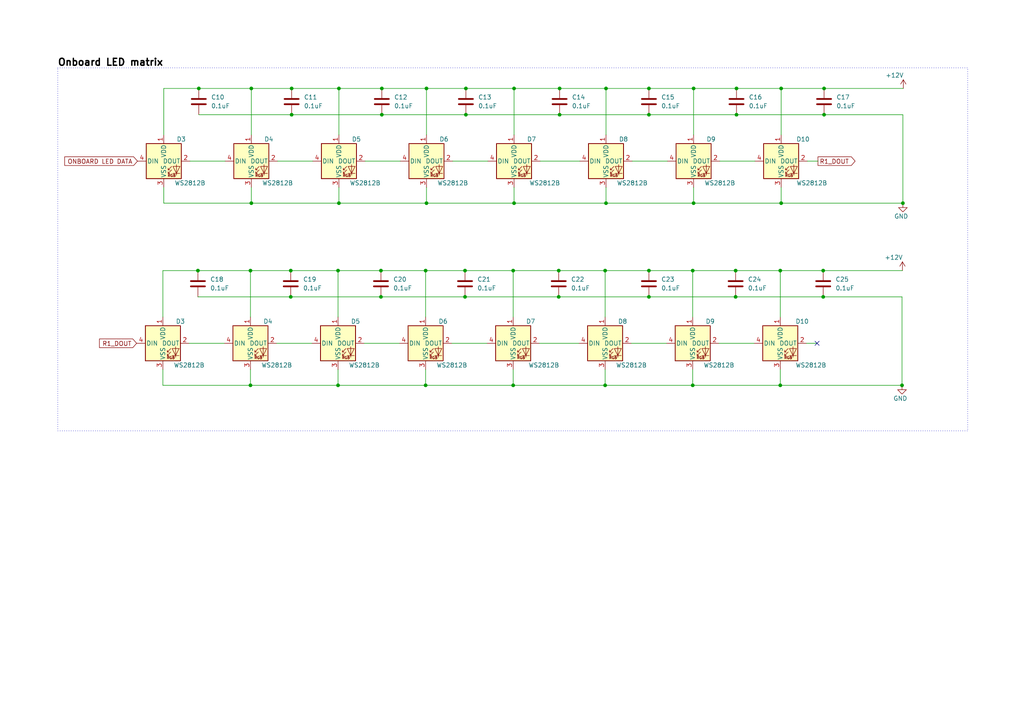
<source format=kicad_sch>
(kicad_sch (version 20230121) (generator eeschema)
  (paper "A4")
  (lib_symbols
    (symbol "Device:C" (pin_numbers hide) (pin_names (offset 0.254))
      (property "Reference" "C" (at 0.635 2.54 0))
      (property "Value" "C" (at 0.635 -2.54 0))
      (symbol "C_0_1"
        (polyline (pts (xy -2.032 -0.762) (xy 2.032 -0.762)) (stroke (width 0.508)))
        (polyline (pts (xy -2.032 0.762) (xy 2.032 0.762)) (stroke (width 0.508)))
      )
      (symbol "C_1_1"
        (pin passive line (at 0 3.81 270) (length 2.794) (name "~") (number "1"))
        (pin passive line (at 0 -3.81 90) (length 2.794) (name "~") (number "2"))
      )
    )
    (symbol "LED:WS2812B" (pin_names (offset 0.254))
      (property "Reference" "D" (at 5.08 5.715 0))
      (property "Value" "WS2812B" (at 1.27 -5.715 0))
      (symbol "WS2812B_0_0"
        (text "RGB" (at 2.286 -4.191 0) (effects (font (size 0.762 0.762))))
      )
      (symbol "WS2812B_0_1"
        (polyline (pts (xy 1.27 -3.556) (xy 1.778 -3.556)))
        (polyline (pts (xy 1.27 -2.54) (xy 1.778 -2.54)))
        (polyline (pts (xy 4.699 -3.556) (xy 2.667 -3.556)))
        (polyline (pts (xy 2.286 -2.54) (xy 1.27 -3.556) (xy 1.27 -3.048)))
        (polyline (pts (xy 2.286 -1.524) (xy 1.27 -2.54) (xy 1.27 -2.032)))
        (polyline (pts (xy 3.683 -1.016) (xy 3.683 -3.556) (xy 3.683 -4.064)))
        (polyline (pts (xy 4.699 -1.524) (xy 2.667 -1.524) (xy 3.683 -3.556) (xy 4.699 -1.524)))
        (rectangle (start 5.08 5.08) (end -5.08 -5.08) (stroke (width 0.254)) (fill (type background)))
      )
      (symbol "WS2812B_1_1"
        (pin power_in line (at 0 7.62 270) (length 2.54) (name "VDD") (number "1"))
        (pin output line (at 7.62 0 180) (length 2.54) (name "DOUT") (number "2"))
        (pin power_in line (at 0 -7.62 90) (length 2.54) (name "VSS") (number "3"))
        (pin input line (at -7.62 0 0) (length 2.54) (name "DIN") (number "4"))
      )
    )
    (symbol "power:+12V" (power) (pin_names (offset 0))
      (property "Value" "+12V" (at 0 3.556 0))
      (symbol "+12V_0_1"
        (polyline (pts (xy -0.762 1.27) (xy 0 2.54)))
        (polyline (pts (xy 0 0) (xy 0 2.54)))
        (polyline (pts (xy 0 2.54) (xy 0.762 1.27)))
      )
      (symbol "+12V_1_1"
        (pin power_in line (at 0 0 90) (length 0) hide (name "+12V") (number "1"))
      )
    )
    (symbol "power:GND" (power) (pin_names (offset 0))
      (property "Value" "GND" (at 0 -3.81 0))
      (symbol "GND_0_1"
        (polyline (pts (xy 0 0) (xy 0 -1.27) (xy 1.27 -1.27) (xy 0 -2.54) (xy -1.27 -1.27) (xy 0 -1.27)))
      )
      (symbol "GND_1_1"
        (pin power_in line (at 0 0 270) (length 0) hide (name "GND") (number "1"))
      )
    )
  )
  (junction (at 188.214 25.654))
  (junction (at 123.444 111.76))
  (junction (at 134.874 86.106))
  (junction (at 261.874 58.928))
  (junction (at 123.698 58.928))
  (junction (at 226.314 111.76))
  (junction (at 84.328 86.106))
  (junction (at 57.658 25.654))
  (junction (at 98.298 58.928))
  (junction (at 135.128 33.274))
  (junction (at 238.76 86.106))
  (junction (at 148.844 78.486))
  (junction (at 162.306 25.654))
  (junction (at 213.36 86.106))
  (junction (at 175.768 58.928))
  (junction (at 123.698 25.654))
  (junction (at 175.514 111.76))
  (junction (at 98.298 25.654))
  (junction (at 213.36 78.486))
  (junction (at 200.914 111.76))
  (junction (at 188.214 86.106))
  (junction (at 110.744 25.654))
  (junction (at 175.768 25.654))
  (junction (at 162.052 78.486))
  (junction (at 110.744 33.274))
  (junction (at 201.168 25.654))
  (junction (at 72.644 78.486))
  (junction (at 261.62 111.76))
  (junction (at 84.582 33.274))
  (junction (at 148.844 111.76))
  (junction (at 123.444 78.486))
  (junction (at 238.76 78.486))
  (junction (at 84.582 25.654))
  (junction (at 98.044 111.76))
  (junction (at 226.568 58.928))
  (junction (at 149.098 58.928))
  (junction (at 110.49 86.106))
  (junction (at 135.128 25.654))
  (junction (at 110.49 78.486))
  (junction (at 213.614 33.274))
  (junction (at 72.644 111.76))
  (junction (at 57.404 78.486))
  (junction (at 98.044 78.486))
  (junction (at 162.306 33.274))
  (junction (at 134.874 78.486))
  (junction (at 188.214 78.486))
  (junction (at 149.098 25.654))
  (junction (at 226.568 25.654))
  (junction (at 201.168 58.928))
  (junction (at 84.328 78.486))
  (junction (at 72.898 58.928))
  (junction (at 239.014 33.274))
  (junction (at 239.014 25.654))
  (junction (at 226.314 78.486))
  (junction (at 188.214 33.274))
  (junction (at 200.914 78.486))
  (junction (at 175.514 78.486))
  (junction (at 72.898 25.654))
  (junction (at 213.614 25.654))
  (junction (at 162.052 86.106))
  (no_connect (at 236.982 99.568))
  (wire (pts (xy 226.568 25.654) (xy 226.568 39.116)))
  (wire (pts (xy 226.568 54.356) (xy 226.568 58.928)))
  (wire (pts (xy 238.76 86.106) (xy 261.62 86.106)))
  (wire (pts (xy 123.444 78.486) (xy 134.874 78.486)))
  (wire (pts (xy 57.658 25.654) (xy 72.898 25.654)))
  (wire (pts (xy 183.388 46.736) (xy 193.548 46.736)))
  (wire (pts (xy 84.582 25.654) (xy 98.298 25.654)))
  (wire (pts (xy 57.404 86.106) (xy 84.328 86.106)))
  (wire (pts (xy 201.168 25.654) (xy 201.168 39.116)))
  (wire (pts (xy 47.498 25.654) (xy 47.498 39.116)))
  (wire (pts (xy 47.244 78.486) (xy 47.244 91.948)))
  (wire (pts (xy 84.582 33.274) (xy 110.744 33.274)))
  (wire (pts (xy 57.658 33.274) (xy 84.582 33.274)))
  (wire (pts (xy 175.768 58.928) (xy 201.168 58.928)))
  (wire (pts (xy 175.514 78.486) (xy 175.514 91.948)))
  (wire (pts (xy 47.244 111.76) (xy 72.644 111.76)))
  (wire (pts (xy 131.064 99.568) (xy 141.224 99.568)))
  (wire (pts (xy 213.36 78.486) (xy 226.314 78.486)))
  (wire (pts (xy 148.844 111.76) (xy 175.514 111.76)))
  (wire (pts (xy 213.614 33.274) (xy 239.014 33.274)))
  (wire (pts (xy 80.264 99.568) (xy 90.424 99.568)))
  (wire (pts (xy 123.698 25.654) (xy 123.698 39.116)))
  (wire (pts (xy 98.044 78.486) (xy 110.49 78.486)))
  (wire (pts (xy 201.168 25.654) (xy 213.614 25.654)))
  (wire (pts (xy 213.36 86.106) (xy 238.76 86.106)))
  (wire (pts (xy 98.044 111.76) (xy 123.444 111.76)))
  (wire (pts (xy 156.464 99.568) (xy 167.894 99.568)))
  (wire (pts (xy 47.498 25.654) (xy 57.658 25.654)))
  (wire (pts (xy 201.168 54.356) (xy 201.168 58.928)))
  (wire (pts (xy 110.49 86.106) (xy 134.874 86.106)))
  (wire (pts (xy 175.514 107.188) (xy 175.514 111.76)))
  (wire (pts (xy 55.118 46.736) (xy 65.278 46.736)))
  (wire (pts (xy 148.844 78.486) (xy 162.052 78.486)))
  (wire (pts (xy 175.768 25.654) (xy 188.214 25.654)))
  (wire (pts (xy 149.098 58.928) (xy 175.768 58.928)))
  (wire (pts (xy 188.214 25.654) (xy 201.168 25.654)))
  (wire (pts (xy 213.614 25.654) (xy 226.568 25.654)))
  (wire (pts (xy 175.514 78.486) (xy 188.214 78.486)))
  (wire (pts (xy 226.314 111.76) (xy 261.62 111.76)))
  (wire (pts (xy 123.444 78.486) (xy 123.444 91.948)))
  (wire (pts (xy 123.444 111.76) (xy 148.844 111.76)))
  (wire (pts (xy 105.664 99.568) (xy 115.824 99.568)))
  (wire (pts (xy 98.298 58.928) (xy 123.698 58.928)))
  (wire (pts (xy 148.844 78.486) (xy 148.844 91.948)))
  (wire (pts (xy 162.052 78.486) (xy 175.514 78.486)))
  (wire (pts (xy 156.718 46.736) (xy 168.148 46.736)))
  (wire (pts (xy 261.62 86.106) (xy 261.62 111.76)))
  (wire (pts (xy 135.128 33.274) (xy 162.306 33.274)))
  (wire (pts (xy 47.498 58.928) (xy 72.898 58.928)))
  (wire (pts (xy 226.314 78.486) (xy 226.314 91.948)))
  (wire (pts (xy 123.698 58.928) (xy 149.098 58.928)))
  (wire (pts (xy 123.698 25.654) (xy 135.128 25.654)))
  (wire (pts (xy 123.698 54.356) (xy 123.698 58.928)))
  (wire (pts (xy 183.134 99.568) (xy 193.294 99.568)))
  (wire (pts (xy 72.644 78.486) (xy 72.644 91.948)))
  (wire (pts (xy 200.914 111.76) (xy 226.314 111.76)))
  (wire (pts (xy 80.518 46.736) (xy 90.678 46.736)))
  (wire (pts (xy 98.044 78.486) (xy 98.044 91.948)))
  (wire (pts (xy 47.244 107.188) (xy 47.244 111.76)))
  (wire (pts (xy 98.044 107.188) (xy 98.044 111.76)))
  (wire (pts (xy 135.128 25.654) (xy 149.098 25.654)))
  (wire (pts (xy 84.328 78.486) (xy 98.044 78.486)))
  (wire (pts (xy 72.898 25.654) (xy 72.898 39.116)))
  (wire (pts (xy 208.534 99.568) (xy 218.694 99.568)))
  (wire (pts (xy 175.514 111.76) (xy 200.914 111.76)))
  (wire (pts (xy 47.244 78.486) (xy 57.404 78.486)))
  (wire (pts (xy 72.898 54.356) (xy 72.898 58.928)))
  (wire (pts (xy 72.898 25.654) (xy 84.582 25.654)))
  (wire (pts (xy 134.874 78.486) (xy 148.844 78.486)))
  (wire (pts (xy 162.052 86.106) (xy 188.214 86.106)))
  (wire (pts (xy 72.644 111.76) (xy 98.044 111.76)))
  (wire (pts (xy 84.328 86.106) (xy 110.49 86.106)))
  (wire (pts (xy 148.844 107.188) (xy 148.844 111.76)))
  (wire (pts (xy 226.568 25.654) (xy 239.014 25.654)))
  (wire (pts (xy 72.644 107.188) (xy 72.644 111.76)))
  (wire (pts (xy 201.168 58.928) (xy 226.568 58.928)))
  (wire (pts (xy 47.498 54.356) (xy 47.498 58.928)))
  (wire (pts (xy 188.214 86.106) (xy 213.36 86.106)))
  (wire (pts (xy 226.568 58.928) (xy 261.874 58.928)))
  (wire (pts (xy 98.298 25.654) (xy 110.744 25.654)))
  (wire (pts (xy 175.768 25.654) (xy 175.768 39.116)))
  (wire (pts (xy 110.49 78.486) (xy 123.444 78.486)))
  (wire (pts (xy 234.188 46.736) (xy 237.236 46.736)))
  (wire (pts (xy 149.098 25.654) (xy 149.098 39.116)))
  (wire (pts (xy 162.306 25.654) (xy 175.768 25.654)))
  (wire (pts (xy 162.306 33.274) (xy 188.214 33.274)))
  (wire (pts (xy 72.644 78.486) (xy 84.328 78.486)))
  (wire (pts (xy 226.314 107.188) (xy 226.314 111.76)))
  (wire (pts (xy 233.934 99.568) (xy 236.982 99.568)))
  (wire (pts (xy 200.914 107.188) (xy 200.914 111.76)))
  (wire (pts (xy 72.898 58.928) (xy 98.298 58.928)))
  (wire (pts (xy 131.318 46.736) (xy 141.478 46.736)))
  (wire (pts (xy 149.098 25.654) (xy 162.306 25.654)))
  (wire (pts (xy 105.918 46.736) (xy 116.078 46.736)))
  (wire (pts (xy 110.744 25.654) (xy 123.698 25.654)))
  (wire (pts (xy 123.444 107.188) (xy 123.444 111.76)))
  (wire (pts (xy 226.314 78.486) (xy 238.76 78.486)))
  (wire (pts (xy 188.214 33.274) (xy 213.614 33.274)))
  (wire (pts (xy 200.914 78.486) (xy 213.36 78.486)))
  (wire (pts (xy 149.098 54.356) (xy 149.098 58.928)))
  (wire (pts (xy 54.864 99.568) (xy 65.024 99.568)))
  (wire (pts (xy 110.744 33.274) (xy 135.128 33.274)))
  (wire (pts (xy 239.014 25.654) (xy 262.001 25.654)))
  (wire (pts (xy 239.014 33.274) (xy 261.874 33.274)))
  (wire (pts (xy 200.914 78.486) (xy 200.914 91.948)))
  (wire (pts (xy 98.298 25.654) (xy 98.298 39.116)))
  (wire (pts (xy 261.874 33.274) (xy 261.874 58.928)))
  (wire (pts (xy 208.788 46.736) (xy 218.948 46.736)))
  (wire (pts (xy 188.214 78.486) (xy 200.914 78.486)))
  (wire (pts (xy 238.76 78.486) (xy 261.747 78.486)))
  (wire (pts (xy 175.768 54.356) (xy 175.768 58.928)))
  (wire (pts (xy 134.874 86.106) (xy 162.052 86.106)))
  (wire (pts (xy 98.298 54.356) (xy 98.298 58.928)))
  (wire (pts (xy 57.404 78.486) (xy 72.644 78.486)))
  (rectangle (start 16.764 19.685) (end 280.67 124.968) (stroke (width 0) (type dot)))
  (text "Onboard LED matrix" (at 16.637 19.431 0) (effects (font (size 2 2) (thickness 0.4) bold) (justify left bottom)))
  (global_label "R1_DOUT" (shape input) (at 39.624 99.568 180) (property "Intersheetrefs" "${INTERSHEET_REFS}" (effects hide)))
  (global_label "R1_DOUT" (shape output) (at 237.236 46.736 0) (property "Intersheetrefs" "${INTERSHEET_REFS}" (effects hide)))
  (global_label "ONBOARD LED DATA" (shape input) (at 39.878 46.736 180) (property "Intersheetrefs" "${INTERSHEET_REFS}" (effects hide)))
  (symbol (lib_id "power:GND") (at 261.874 58.928 0) (unit 1)
    (property "Reference" "#PWR09" (effects hide))
    (property "Value" "GND" (at 259.334 62.738 0) (effects (justify left)))
    (instances (project "Practical Electronics WS2023" (path "" (reference "#PWR09") (unit 1)) (path "" (reference "#PWR08") (unit 1))))
  )
  (symbol (lib_id "LED:WS2812B") (at 175.768 46.736 0) (unit 1)
    (property "Reference" "D8" (at 180.848 40.386 0))
    (property "Value" "WS2812B" (at 183.388 53.086 0))
    (property "Footprint" "LED_SMD:LED_WS2812B_PLCC4_5.0x5.0mm_P3.2mm" (effects hide))
    (property "Datasheet" "https://cdn-shop.adafruit.com/datasheets/WS2812B.pdf" (effects hide))
  )
  (symbol (lib_id "power:GND") (at 261.62 111.76 0) (unit 1)
    (property "Reference" "#PWR09" (effects hide))
    (property "Value" "GND" (at 259.08 115.57 0) (effects (justify left)))
    (instances (project "Practical Electronics WS2023" (path "" (reference "#PWR09") (unit 1)) (path "" (reference "#PWR06") (unit 1))))
  )
  (symbol (lib_id "Device:C") (at 213.614 29.464 0) (unit 1)
    (property "Reference" "C16" (at 217.17 28.194 0) (effects (justify left)))
    (property "Value" "0.1uF" (at 217.17 30.734 0) (effects (justify left)))
    (property "Footprint" "Capacitor_SMD:C_1206_3216Metric_Pad1.33x1.80mm_HandSolder" (effects hide))
  )
  (symbol (lib_id "power:+12V") (at 262.001 25.654 0) (unit 1)
    (property "Reference" "#PWR07" (effects hide))
    (property "Value" "+12V" (at 259.461 21.844 0))
    (instances (project "Practical Electronics WS2023" (path "" (reference "#PWR07") (unit 1)) (path "" (reference "#PWR05") (unit 1))))
  )
  (symbol (lib_id "Device:C") (at 135.128 29.464 0) (unit 1)
    (property "Reference" "C13" (at 138.684 28.194 0) (effects (justify left)))
    (property "Value" "0.1uF" (at 138.684 30.734 0) (effects (justify left)))
    (property "Footprint" "Capacitor_SMD:C_1206_3216Metric_Pad1.33x1.80mm_HandSolder" (effects hide))
  )
  (symbol (lib_id "LED:WS2812B") (at 72.898 46.736 0) (unit 1)
    (property "Reference" "D4" (at 77.978 40.386 0))
    (property "Value" "WS2812B" (at 80.518 53.086 0))
    (property "Footprint" "LED_SMD:LED_WS2812B_PLCC4_5.0x5.0mm_P3.2mm" (effects hide))
    (property "Datasheet" "https://cdn-shop.adafruit.com/datasheets/WS2812B.pdf" (effects hide))
  )
  (symbol (lib_id "power:+12V") (at 261.747 78.486 0) (unit 1)
    (property "Reference" "#PWR07" (effects hide))
    (property "Value" "+12V" (at 259.207 74.676 0))
    (instances (project "Practical Electronics WS2023" (path "" (reference "#PWR07") (unit 1)) (path "" (reference "#PWR09") (unit 1))))
  )
  (symbol (lib_id "LED:WS2812B") (at 175.514 99.568 0) (unit 1)
    (property "Reference" "D8" (at 180.594 93.218 0))
    (property "Value" "WS2812B" (at 183.134 105.918 0))
    (property "Footprint" "LED_SMD:LED_WS2812B_PLCC4_5.0x5.0mm_P3.2mm" (effects hide))
    (property "Datasheet" "https://cdn-shop.adafruit.com/datasheets/WS2812B.pdf" (effects hide))
    (instances (project "Practical Electronics WS2023" (path "" (reference "D8") (unit 1)) (path "" (reference "D16") (unit 1))))
  )
  (symbol (lib_id "Device:C") (at 213.36 82.296 0) (unit 1)
    (property "Reference" "C24" (at 216.916 81.026 0) (effects (justify left)))
    (property "Value" "0.1uF" (at 216.916 83.566 0) (effects (justify left)))
    (property "Footprint" "Capacitor_SMD:C_1206_3216Metric_Pad1.33x1.80mm_HandSolder" (effects hide))
  )
  (symbol (lib_id "LED:WS2812B") (at 226.568 46.736 0) (unit 1)
    (property "Reference" "D10" (at 232.918 40.386 0))
    (property "Value" "WS2812B" (at 235.458 53.086 0))
    (property "Footprint" "LED_SMD:LED_WS2812B_PLCC4_5.0x5.0mm_P3.2mm" (effects hide))
    (property "Datasheet" "https://cdn-shop.adafruit.com/datasheets/WS2812B.pdf" (effects hide))
  )
  (symbol (lib_id "Device:C") (at 162.052 82.296 0) (unit 1)
    (property "Reference" "C22" (at 165.608 81.026 0) (effects (justify left)))
    (property "Value" "0.1uF" (at 165.608 83.566 0) (effects (justify left)))
    (property "Footprint" "Capacitor_SMD:C_1206_3216Metric_Pad1.33x1.80mm_HandSolder" (effects hide))
  )
  (symbol (lib_id "LED:WS2812B") (at 98.044 99.568 0) (unit 1)
    (property "Reference" "D5" (at 103.124 93.218 0))
    (property "Value" "WS2812B" (at 105.664 105.918 0))
    (property "Footprint" "LED_SMD:LED_WS2812B_PLCC4_5.0x5.0mm_P3.2mm" (effects hide))
    (property "Datasheet" "https://cdn-shop.adafruit.com/datasheets/WS2812B.pdf" (effects hide))
    (instances (project "Practical Electronics WS2023" (path "" (reference "D5") (unit 1)) (path "" (reference "D13") (unit 1))))
  )
  (symbol (lib_id "Device:C") (at 84.582 29.464 0) (unit 1)
    (property "Reference" "C11" (at 88.138 28.194 0) (effects (justify left)))
    (property "Value" "0.1uF" (at 88.138 30.734 0) (effects (justify left)))
    (property "Footprint" "Capacitor_SMD:C_1206_3216Metric_Pad1.33x1.80mm_HandSolder" (effects hide))
  )
  (symbol (lib_id "LED:WS2812B") (at 226.314 99.568 0) (unit 1)
    (property "Reference" "D10" (at 232.664 93.218 0))
    (property "Value" "WS2812B" (at 235.204 105.918 0))
    (property "Footprint" "LED_SMD:LED_WS2812B_PLCC4_5.0x5.0mm_P3.2mm" (effects hide))
    (property "Datasheet" "https://cdn-shop.adafruit.com/datasheets/WS2812B.pdf" (effects hide))
    (instances (project "Practical Electronics WS2023" (path "" (reference "D10") (unit 1)) (path "" (reference "D18") (unit 1))))
  )
  (symbol (lib_id "LED:WS2812B") (at 149.098 46.736 0) (unit 1)
    (property "Reference" "D7" (at 154.178 40.386 0))
    (property "Value" "WS2812B" (at 157.988 53.086 0))
    (property "Footprint" "LED_SMD:LED_WS2812B_PLCC4_5.0x5.0mm_P3.2mm" (effects hide))
    (property "Datasheet" "https://cdn-shop.adafruit.com/datasheets/WS2812B.pdf" (effects hide))
  )
  (symbol (lib_id "Device:C") (at 162.306 29.464 0) (unit 1)
    (property "Reference" "C14" (at 165.862 28.194 0) (effects (justify left)))
    (property "Value" "0.1uF" (at 165.862 30.734 0) (effects (justify left)))
    (property "Footprint" "Capacitor_SMD:C_1206_3216Metric_Pad1.33x1.80mm_HandSolder" (effects hide))
  )
  (symbol (lib_id "LED:WS2812B") (at 201.168 46.736 0) (unit 1)
    (property "Reference" "D9" (at 206.248 40.386 0))
    (property "Value" "WS2812B" (at 208.788 53.086 0))
    (property "Footprint" "LED_SMD:LED_WS2812B_PLCC4_5.0x5.0mm_P3.2mm" (effects hide))
    (property "Datasheet" "https://cdn-shop.adafruit.com/datasheets/WS2812B.pdf" (effects hide))
  )
  (symbol (lib_id "Device:C") (at 134.874 82.296 0) (unit 1)
    (property "Reference" "C21" (at 138.43 81.026 0) (effects (justify left)))
    (property "Value" "0.1uF" (at 138.43 83.566 0) (effects (justify left)))
    (property "Footprint" "Capacitor_SMD:C_1206_3216Metric_Pad1.33x1.80mm_HandSolder" (effects hide))
  )
  (symbol (lib_id "LED:WS2812B") (at 148.844 99.568 0) (unit 1)
    (property "Reference" "D7" (at 153.924 93.218 0))
    (property "Value" "WS2812B" (at 157.734 105.918 0))
    (property "Footprint" "LED_SMD:LED_WS2812B_PLCC4_5.0x5.0mm_P3.2mm" (effects hide))
    (property "Datasheet" "https://cdn-shop.adafruit.com/datasheets/WS2812B.pdf" (effects hide))
    (instances (project "Practical Electronics WS2023" (path "" (reference "D7") (unit 1)) (path "" (reference "D15") (unit 1))))
  )
  (symbol (lib_id "Device:C") (at 84.328 82.296 0) (unit 1)
    (property "Reference" "C19" (at 87.884 81.026 0) (effects (justify left)))
    (property "Value" "0.1uF" (at 87.884 83.566 0) (effects (justify left)))
    (property "Footprint" "Capacitor_SMD:C_1206_3216Metric_Pad1.33x1.80mm_HandSolder" (effects hide))
  )
  (symbol (lib_id "LED:WS2812B") (at 47.498 46.736 0) (unit 1)
    (property "Reference" "D3" (at 52.578 40.386 0))
    (property "Value" "WS2812B" (at 55.118 53.086 0))
    (property "Footprint" "LED_SMD:LED_WS2812B_PLCC4_5.0x5.0mm_P3.2mm" (effects hide))
    (property "Datasheet" "https://cdn-shop.adafruit.com/datasheets/WS2812B.pdf" (effects hide))
  )
  (symbol (lib_id "Device:C") (at 57.658 29.464 0) (unit 1)
    (property "Reference" "C10" (at 61.214 28.194 0) (effects (justify left)))
    (property "Value" "0.1uF" (at 61.214 30.734 0) (effects (justify left)))
    (property "Footprint" "Capacitor_SMD:C_1206_3216Metric_Pad1.33x1.80mm_HandSolder" (effects hide))
  )
  (symbol (lib_id "LED:WS2812B") (at 200.914 99.568 0) (unit 1)
    (property "Reference" "D9" (at 205.994 93.218 0))
    (property "Value" "WS2812B" (at 208.534 105.918 0))
    (property "Footprint" "LED_SMD:LED_WS2812B_PLCC4_5.0x5.0mm_P3.2mm" (effects hide))
    (property "Datasheet" "https://cdn-shop.adafruit.com/datasheets/WS2812B.pdf" (effects hide))
    (instances (project "Practical Electronics WS2023" (path "" (reference "D9") (unit 1)) (path "" (reference "D17") (unit 1))))
  )
  (symbol (lib_id "LED:WS2812B") (at 98.298 46.736 0) (unit 1)
    (property "Reference" "D5" (at 103.378 40.386 0))
    (property "Value" "WS2812B" (at 105.918 53.086 0))
    (property "Footprint" "LED_SMD:LED_WS2812B_PLCC4_5.0x5.0mm_P3.2mm" (effects hide))
    (property "Datasheet" "https://cdn-shop.adafruit.com/datasheets/WS2812B.pdf" (effects hide))
  )
  (symbol (lib_id "Device:C") (at 188.214 82.296 0) (unit 1)
    (property "Reference" "C23" (at 191.77 81.026 0) (effects (justify left)))
    (property "Value" "0.1uF" (at 191.77 83.566 0) (effects (justify left)))
    (property "Footprint" "Capacitor_SMD:C_1206_3216Metric_Pad1.33x1.80mm_HandSolder" (effects hide))
  )
  (symbol (lib_id "LED:WS2812B") (at 47.244 99.568 0) (unit 1)
    (property "Reference" "D3" (at 52.324 93.218 0))
    (property "Value" "WS2812B" (at 54.864 105.918 0))
    (property "Footprint" "LED_SMD:LED_WS2812B_PLCC4_5.0x5.0mm_P3.2mm" (effects hide))
    (property "Datasheet" "https://cdn-shop.adafruit.com/datasheets/WS2812B.pdf" (effects hide))
    (instances (project "Practical Electronics WS2023" (path "" (reference "D3") (unit 1)) (path "" (reference "D11") (unit 1))))
  )
  (symbol (lib_id "LED:WS2812B") (at 72.644 99.568 0) (unit 1)
    (property "Reference" "D4" (at 77.724 93.218 0))
    (property "Value" "WS2812B" (at 80.264 105.918 0))
    (property "Footprint" "LED_SMD:LED_WS2812B_PLCC4_5.0x5.0mm_P3.2mm" (effects hide))
    (property "Datasheet" "https://cdn-shop.adafruit.com/datasheets/WS2812B.pdf" (effects hide))
    (instances (project "Practical Electronics WS2023" (path "" (reference "D4") (unit 1)) (path "" (reference "D12") (unit 1))))
  )
  (symbol (lib_id "Device:C") (at 110.49 82.296 0) (unit 1)
    (property "Reference" "C20" (at 114.046 81.026 0) (effects (justify left)))
    (property "Value" "0.1uF" (at 114.046 83.566 0) (effects (justify left)))
    (property "Footprint" "Capacitor_SMD:C_1206_3216Metric_Pad1.33x1.80mm_HandSolder" (effects hide))
  )
  (symbol (lib_id "Device:C") (at 238.76 82.296 0) (unit 1)
    (property "Reference" "C25" (at 242.316 81.026 0) (effects (justify left)))
    (property "Value" "0.1uF" (at 242.316 83.566 0) (effects (justify left)))
    (property "Footprint" "Capacitor_SMD:C_1206_3216Metric_Pad1.33x1.80mm_HandSolder" (effects hide))
  )
  (symbol (lib_id "Device:C") (at 188.214 29.464 0) (unit 1)
    (property "Reference" "C15" (at 191.77 28.194 0) (effects (justify left)))
    (property "Value" "0.1uF" (at 191.77 30.734 0) (effects (justify left)))
    (property "Footprint" "Capacitor_SMD:C_1206_3216Metric_Pad1.33x1.80mm_HandSolder" (effects hide))
  )
  (symbol (lib_id "Device:C") (at 239.014 29.464 0) (unit 1)
    (property "Reference" "C17" (at 242.57 28.194 0) (effects (justify left)))
    (property "Value" "0.1uF" (at 242.57 30.734 0) (effects (justify left)))
    (property "Footprint" "Capacitor_SMD:C_1206_3216Metric_Pad1.33x1.80mm_HandSolder" (effects hide))
  )
  (symbol (lib_id "LED:WS2812B") (at 123.698 46.736 0) (unit 1)
    (property "Reference" "D6" (at 128.778 40.386 0))
    (property "Value" "WS2812B" (at 131.318 53.086 0))
    (property "Footprint" "LED_SMD:LED_WS2812B_PLCC4_5.0x5.0mm_P3.2mm" (effects hide))
    (property "Datasheet" "https://cdn-shop.adafruit.com/datasheets/WS2812B.pdf" (effects hide))
  )
  (symbol (lib_id "LED:WS2812B") (at 123.444 99.568 0) (unit 1)
    (property "Reference" "D6" (at 128.524 93.218 0))
    (property "Value" "WS2812B" (at 131.064 105.918 0))
    (property "Footprint" "LED_SMD:LED_WS2812B_PLCC4_5.0x5.0mm_P3.2mm" (effects hide))
    (property "Datasheet" "https://cdn-shop.adafruit.com/datasheets/WS2812B.pdf" (effects hide))
    (instances (project "Practical Electronics WS2023" (path "" (reference "D6") (unit 1)) (path "" (reference "D14") (unit 1))))
  )
  (symbol (lib_id "Device:C") (at 57.404 82.296 0) (unit 1)
    (property "Reference" "C18" (at 60.96 81.026 0) (effects (justify left)))
    (property "Value" "0.1uF" (at 60.96 83.566 0) (effects (justify left)))
    (property "Footprint" "Capacitor_SMD:C_1206_3216Metric_Pad1.33x1.80mm_HandSolder" (effects hide))
  )
  (symbol (lib_id "Device:C") (at 110.744 29.464 0) (unit 1)
    (property "Reference" "C12" (at 114.3 28.194 0) (effects (justify left)))
    (property "Value" "0.1uF" (at 114.3 30.734 0) (effects (justify left)))
    (property "Footprint" "Capacitor_SMD:C_1206_3216Metric_Pad1.33x1.80mm_HandSolder" (effects hide))
  )
)
</source>
